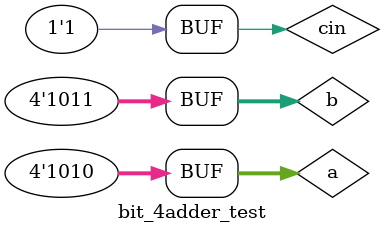
<source format=v>
module bit_4adder_test;
  reg [3:0]a,b;
  reg cin;
  wire [3:0]s;
  wire cout;
  bit_4adder dut(a,b,cin,s,cout);
  initial begin 
    {a,b,cin}={4'b0,4'b0,1'b1};
#5  {a,b,cin}={4'b1,4'b1,1'b1};
#5  {a,b,cin}={4'b0010,4'b1010,1'b0};
#5  {a,b,cin}={4'b0011,4'b1100,1'b1};
#5  {a,b,cin}={4'd9,4'd8,1'b1};
#5  {a,b,cin}={4'ha,4'hb,1'b1};
  end 
  initial begin 
    $monitor("sim time=%0t,a=%b,b=%b,cin=%b,s=%b,cout=%b",$time,a,b,cin,s,cout);
    $dumpfile("dump.vcd");
    $dumpvars(1,bit_4adder_test);
  end 
endmodule
</source>
